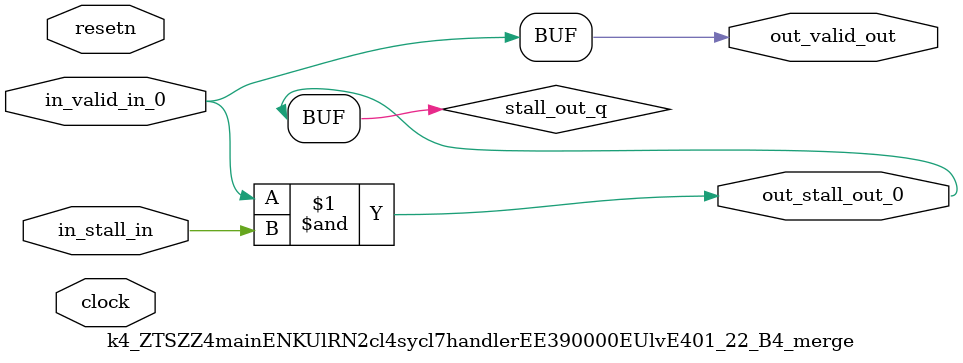
<source format=sv>



(* altera_attribute = "-name AUTO_SHIFT_REGISTER_RECOGNITION OFF; -name MESSAGE_DISABLE 10036; -name MESSAGE_DISABLE 10037; -name MESSAGE_DISABLE 14130; -name MESSAGE_DISABLE 14320; -name MESSAGE_DISABLE 15400; -name MESSAGE_DISABLE 14130; -name MESSAGE_DISABLE 10036; -name MESSAGE_DISABLE 12020; -name MESSAGE_DISABLE 12030; -name MESSAGE_DISABLE 12010; -name MESSAGE_DISABLE 12110; -name MESSAGE_DISABLE 14320; -name MESSAGE_DISABLE 13410; -name MESSAGE_DISABLE 113007; -name MESSAGE_DISABLE 10958" *)
module k4_ZTSZZ4mainENKUlRN2cl4sycl7handlerEE390000EUlvE401_22_B4_merge (
    input wire [0:0] in_stall_in,
    input wire [0:0] in_valid_in_0,
    output wire [0:0] out_stall_out_0,
    output wire [0:0] out_valid_out,
    input wire clock,
    input wire resetn
    );

    wire [0:0] stall_out_q;


    // stall_out(LOGICAL,6)
    assign stall_out_q = in_valid_in_0 & in_stall_in;

    // out_stall_out_0(GPOUT,4)
    assign out_stall_out_0 = stall_out_q;

    // out_valid_out(GPOUT,5)
    assign out_valid_out = in_valid_in_0;

endmodule

</source>
